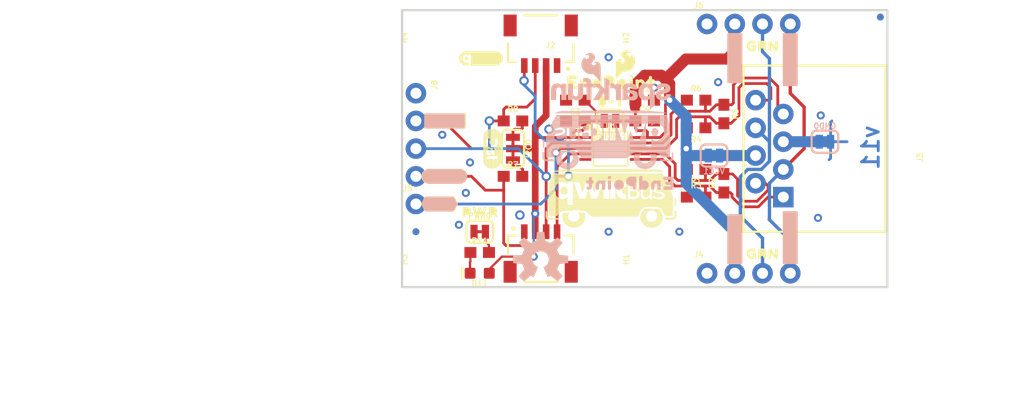
<source format=kicad_pcb>
(kicad_pcb (version 20221018) (generator pcbnew)
  (layers (0 "F.Cu" signal) (31 "B.Cu" signal) (34 "B.Paste" user) (35 "F.Paste" user) (36 "B.SilkS" user "B.Silkscreen") (37 "F.SilkS" user "F.Silkscreen") (38 "B.Mask" user) (39 "F.Mask" user) (44 "Edge.Cuts" user))
  (net 0 "")
  (net 1 "SDA")
  (net 2 "SCL")
  (net 3 "GND")
  (net 4 "EN")
  (net 5 "DSDA_N")
  (net 6 "DSDA_P")
  (net 7 "DSCL_P")
  (net 8 "DSCL_N")
  (net 9 "N$3")
  (net 10 "N$4")
  (net 11 "N$1")
  (net 12 "N$2")
  (net 13 "GRN_P")
  (net 14 "GRN_N")
  (net 15 "N$13")
  (net 16 "N$14")
  (net 17 "VCC_1")
  (net 18 "VCC")
  (footprint "SparkFun_QwiicBus_Endpoint:1X04_NO_SILK" (layer "F.Cu") (at 127.5461 99.9236 -90)
    (fp_text reference "J8" (at -1.27 -1.397 90) (layer "F.SilkS") (effects (font (size 0.512064 0.512064) (thickness 0.097536)) (justify right top)))
    (fp_text value "")
    (pad "1" thru_hole circle (at 0 0) (size 1.8796 1.8796) (drill 1.016) (layers "*.Cu" "*.Mask") (net 3 "GND"))
    (pad "2" thru_hole circle (at 2.54 0) (size 1.8796 1.8796) (drill 1.016) (layers "*.Cu" "*.Mask") (net 18 "VCC"))
    (pad "3" thru_hole circle (at 5.08 0) (size 1.8796 1.8796) (drill 1.016) (layers "*.Cu" "*.Mask") (net 1 "SDA"))
    (pad "4" thru_hole circle (at 7.62 0) (size 1.8796 1.8796) (drill 1.016) (layers "*.Cu" "*.Mask") (net 2 "SCL"))
  )
  (footprint "SparkFun_QwiicBus_Endpoint:SMT-JUMPER_3_2-NC_TRACE_SILK" (layer "F.Cu") (at 136.4361 105.0036 -90)
    (fp_text reference "I2C0" (at 0 -1.143 90) (layer "F.SilkS") (effects (font (size 0.512064 0.512064) (thickness 0.097536)) (justify top)))
    (fp_text value "JUMPER-SMT_3_2-NC_TRACE_SILK")
    (fp_poly (pts (xy 0.7112 0.13335) (xy -0.7112 0.13335) (xy -0.7112 -0.13335) (xy 0.7112 -0.13335)) (fill solid) (layer "F.Cu"))
    (pad "1" smd rect (at -1.0414 0 270) (size 0.6604 1.27) (layers "F.Cu" "F.Mask") (net 9 "N$3"))
    (pad "2" smd rect (at 0 0 270) (size 0.6604 1.27) (layers "F.Cu" "F.Mask") (net 18 "VCC"))
    (pad "3" smd rect (at 1.0414 0 270) (size 0.6604 1.27) (layers "F.Cu" "F.Mask") (net 10 "N$4"))
  )
  (footprint "SparkFun_QwiicBus_Endpoint:GRN0" (layer "F.Cu") (at 157.1371 95.6056)
    (fp_text reference "U$29" hide)
    (fp_text value "" hide)
  )
  (footprint "SparkFun_QwiicBus_Endpoint:#GND#0" (layer "F.Cu") (at 128.0541 99.9236)
    (fp_text reference "U$5" hide)
    (fp_text value "" hide)
  )
  (footprint "SparkFun_QwiicBus_Endpoint:0603" (layer "F.Cu") (at 155.7561 101.8286 -90)
    (fp_text reference "R5" (at 0 -0.762 90) (layer "F.SilkS") (effects (font (size 0.512064 0.512064) (thickness 0.097536)) (justify top)))
    (fp_text value "100")
    (pad "1" smd rect (at -0.85 0 270) (size 1.1 1) (layers "F.Cu" "F.Paste" "F.Mask") (net 5 "DSDA_N"))
    (pad "2" smd rect (at 0.85 0 270) (size 1.1 1) (layers "F.Cu" "F.Paste" "F.Mask") (net 6 "DSDA_P"))
  )
  (footprint "SparkFun_QwiicBus_Endpoint:0603" (layer "F.Cu") (at 148.5011 100.5586)
    (fp_text reference "C2" (at 0 -0.762) (layer "F.SilkS") (effects (font (size 0.512064 0.512064) (thickness 0.097536)) (justify bottom)))
    (fp_text value "0.1uF")
    (pad "1" smd rect (at -0.85 0) (size 1.1 1) (layers "F.Cu" "F.Paste" "F.Mask") (net 17 "VCC_1"))
    (pad "2" smd rect (at 0.85 0) (size 1.1 1) (layers "F.Cu" "F.Paste" "F.Mask") (net 3 "GND"))
  )
  (footprint "SparkFun_QwiicBus_Endpoint:GRN0" (layer "F.Cu") (at 157.1371 114.6556)
    (fp_text reference "U$2" hide)
    (fp_text value "" hide)
  )
  (footprint "SparkFun_QwiicBus_Endpoint:SFE_LOGO_FLAME_.1" (layer "F.Cu") (at 146.7231 97.2566)
    (fp_text reference "LOGO5" hide)
    (fp_text value "SFE_LOGO_FLAME.1_INCH" hide)
  )
  (footprint "SparkFun_QwiicBus_Endpoint:ENDPOINT0" (layer "F.Cu") (at 140.5001 98.9076)
    (fp_text reference "U$35" hide)
    (fp_text value "" hide)
  )
  (footprint "SparkFun_QwiicBus_Endpoint:0603" (layer "F.Cu") (at 155.7561 108.1786 90)
    (fp_text reference "R2" (at 0 -0.762 90) (layer "F.SilkS") (effects (font (size 0.512064 0.512064) (thickness 0.097536)) (justify bottom)))
    (fp_text value "100")
    (pad "1" smd rect (at -0.85 0 90) (size 1.1 1) (layers "F.Cu" "F.Paste" "F.Mask") (net 8 "DSCL_N"))
    (pad "2" smd rect (at 0.85 0 90) (size 1.1 1) (layers "F.Cu" "F.Paste" "F.Mask") (net 7 "DSCL_P"))
  )
  (footprint "SparkFun_QwiicBus_Endpoint:0603" (layer "F.Cu") (at 148.5011 102.4636)
    (fp_text reference "C4" (at 0 -0.762) (layer "F.SilkS") (effects (font (size 0.512064 0.512064) (thickness 0.097536)) (justify bottom)))
    (fp_text value "1.0uF")
    (pad "1" smd rect (at -0.85 0) (size 1.1 1) (layers "F.Cu" "F.Paste" "F.Mask") (net 17 "VCC_1"))
    (pad "2" smd rect (at 0.85 0) (size 1.1 1) (layers "F.Cu" "F.Paste" "F.Mask") (net 3 "GND"))
  )
  (footprint "SparkFun_QwiicBus_Endpoint:#GND#0" (layer "F.Cu") (at 154.2161 115.9256 90)
    (fp_text reference "U$3" hide)
    (fp_text value "" hide)
  )
  (footprint "SparkFun_QwiicBus_Endpoint:0603" (layer "F.Cu") (at 136.4361 102.4636)
    (fp_text reference "R8" (at 0 -0.762) (layer "F.SilkS") (effects (font (size 0.512064 0.512064) (thickness 0.097536)) (justify bottom)))
    (fp_text value "4.7k")
    (pad "1" smd rect (at -0.85 0) (size 1.1 1) (layers "F.Cu" "F.Paste" "F.Mask") (net 1 "SDA"))
    (pad "2" smd rect (at 0.85 0) (size 1.1 1) (layers "F.Cu" "F.Paste" "F.Mask") (net 9 "N$3"))
  )
  (footprint "SparkFun_QwiicBus_Endpoint:JST04_1MM_RA" (layer "F.Cu") (at 138.9761 97.3836 180)
    (fp_text reference "J2" (at -1.397 2.159) (layer "F.SilkS") (effects (font (size 0.512064 0.512064) (thickness 0.097536)) (justify right top)))
    (fp_text value "QWIIC")
    (pad "1" smd rect (at -1.5 0 180) (size 0.6 1.35) (layers "F.Cu" "F.Paste" "F.Mask") (net 3 "GND"))
    (pad "2" smd rect (at -0.5 0 180) (size 0.6 1.35) (layers "F.Cu" "F.Paste" "F.Mask") (net 18 "VCC"))
    (pad "3" smd rect (at 0.5 0 180) (size 0.6 1.35) (layers "F.Cu" "F.Paste" "F.Mask") (net 1 "SDA"))
    (pad "4" smd rect (at 1.5 0 180) (size 0.6 1.35) (layers "F.Cu" "F.Paste" "F.Mask") (net 2 "SCL"))
    (pad "NC1" smd rect (at 2.8 3.675 180) (size 1.2 2) (layers "F.Cu" "F.Paste" "F.Mask"))
    (pad "NC2" smd rect (at -2.8 3.675 180) (size 1.2 2) (layers "F.Cu" "F.Paste" "F.Mask"))
  )
  (footprint "SparkFun_QwiicBus_Endpoint:LED-0603" (layer "F.Cu") (at 133.3881 116.4336 180)
    (fp_text reference "D11" (at 0 -0.635) (layer "F.SilkS") (effects (font (size 0.512064 0.512064) (thickness 0.097536)) (justify top)))
    (fp_text value "RED")
    (pad "A" smd roundrect (at -0.877 0 90) (size 1 1) (layers "F.Cu" "F.Paste" "F.Mask") (roundrect_rratio 0.15) (net 18 "VCC"))
    (pad "C" smd roundrect (at 0.877 0 90) (size 1 1) (layers "F.Cu" "F.Paste" "F.Mask") (roundrect_rratio 0.15) (net 15 "N$13"))
  )
  (footprint "SparkFun_QwiicBus_Endpoint:STAND-OFF" (layer "F.Cu") (at 128.8161 94.8436 90)
    (fp_text reference "H4" (at 0 -2.032 90) (layer "F.SilkS") (effects (font (size 0.512064 0.512064) (thickness 0.097536)) (justify bottom)))
    (fp_text value "STAND-OFF")
    (pad "" np_thru_hole circle (at 0 0 90) (size 3.302 3.302) (drill 3.302) (layers "*.Cu" "*.Mask"))
  )
  (footprint "SparkFun_QwiicBus_Endpoint:QWIIC_4MM" (layer "F.Cu") (at 133.5151 96.7486)
    (fp_text reference "LOGO3" hide)
    (fp_text value "QWIIC_LOGO_4MM" hide)
  )
  (footprint "SparkFun_QwiicBus_Endpoint:JST04_1MM_RA" (layer "F.Cu") (at 138.9761 112.6236)
    (fp_text reference "J1" (at -1.397 2.159) (layer "F.SilkS") (effects (font (size 0.512064 0.512064) (thickness 0.097536)) (justify left bottom)))
    (fp_text value "QWIIC")
    (pad "1" smd rect (at -1.5 0) (size 0.6 1.35) (layers "F.Cu" "F.Paste" "F.Mask") (net 3 "GND"))
    (pad "2" smd rect (at -0.5 0) (size 0.6 1.35) (layers "F.Cu" "F.Paste" "F.Mask") (net 18 "VCC"))
    (pad "3" smd rect (at 0.5 0) (size 0.6 1.35) (layers "F.Cu" "F.Paste" "F.Mask") (net 1 "SDA"))
    (pad "4" smd rect (at 1.5 0) (size 0.6 1.35) (layers "F.Cu" "F.Paste" "F.Mask") (net 2 "SCL"))
    (pad "NC1" smd rect (at 2.8 3.675) (size 1.2 2) (layers "F.Cu" "F.Paste" "F.Mask"))
    (pad "NC2" smd rect (at -2.8 3.675) (size 1.2 2) (layers "F.Cu" "F.Paste" "F.Mask"))
  )
  (footprint "SparkFun_QwiicBus_Endpoint:0#10" (layer "F.Cu") (at 143.5481 100.6856)
    (fp_text reference "U$25" hide)
    (fp_text value "" hide)
  )
  (footprint "SparkFun_QwiicBus_Endpoint:#SCL#0" (layer "F.Cu") (at 128.0541 107.5436)
    (fp_text reference "U$10" hide)
    (fp_text value "" hide)
  )
  (footprint "SparkFun_QwiicBus_Endpoint:0603" (layer "F.Cu") (at 153.2161 103.0986 180)
    (fp_text reference "R4" (at 0 -0.762) (layer "F.SilkS") (effects (font (size 0.512064 0.512064) (thickness 0.097536)) (justify top)))
    (fp_text value "390")
    (pad "1" smd rect (at -0.85 0 180) (size 1.1 1) (layers "F.Cu" "F.Paste" "F.Mask") (net 6 "DSDA_P"))
    (pad "2" smd rect (at 0.85 0 180) (size 1.1 1) (layers "F.Cu" "F.Paste" "F.Mask") (net 17 "VCC_1"))
  )
  (footprint "SparkFun_QwiicBus_Endpoint:QWIICBUS#WORKING#LOGO#JPG" (layer "F.Cu") (at 145.8341 109.1946)
    (fp_text reference "U$28" hide)
    (fp_text value "" hide)
  )
  (footprint "SparkFun_QwiicBus_Endpoint:STAND-OFF" (layer "F.Cu") (at 149.1361 115.1636 90)
    (fp_text reference "H1" (at 0 -2.032 90) (layer "F.SilkS") (effects (font (size 0.512064 0.512064) (thickness 0.097536)) (justify bottom)))
    (fp_text value "STAND-OFF")
    (pad "" np_thru_hole circle (at 0 0 90) (size 3.302 3.302) (drill 3.302) (layers "*.Cu" "*.Mask"))
  )
  (footprint "SparkFun_QwiicBus_Endpoint:0603" (layer "F.Cu") (at 153.2161 100.5586)
    (fp_text reference "R6" (at 0 -0.762) (layer "F.SilkS") (effects (font (size 0.512064 0.512064) (thickness 0.097536)) (justify bottom)))
    (fp_text value "390")
    (pad "1" smd rect (at -0.85 0) (size 1.1 1) (layers "F.Cu" "F.Paste" "F.Mask") (net 3 "GND"))
    (pad "2" smd rect (at 0.85 0) (size 1.1 1) (layers "F.Cu" "F.Paste" "F.Mask") (net 5 "DSDA_N"))
  )
  (footprint "SparkFun_QwiicBus_Endpoint:#SDA#0" (layer "F.Cu") (at 128.0541 105.0036)
    (fp_text reference "U$9" hide)
    (fp_text value "" hide)
  )
  (footprint "SparkFun_QwiicBus_Endpoint:SMT-JUMPER_2_NC_TRACE_SILK" (layer "F.Cu") (at 133.3881 112.6236)
    (fp_text reference "PWR0" (at 0 -1.143) (layer "F.SilkS") (effects (font (size 0.512064 0.512064) (thickness 0.097536)) (justify bottom)))
    (fp_text value "JUMPER-SMT_2_NC_TRACE_SILK")
    (fp_poly (pts (xy 0.1905 0.13335) (xy -0.70485 0.13335) (xy -0.70485 -0.13335) (xy 0.1905 -0.13335)) (fill solid) (layer "F.Cu"))
    (pad "1" smd rect (at -0.5207 0) (size 0.6604 1.27) (layers "F.Cu" "F.Mask") (net 3 "GND"))
    (pad "2" smd rect (at 0.5207 0) (size 0.6604 1.27) (layers "F.Cu" "F.Mask") (net 16 "N$14"))
  )
  (footprint "SparkFun_QwiicBus_Endpoint:#GND#0" (layer "F.Cu") (at 154.2161 94.0816 -90)
    (fp_text reference "U$34" hide)
    (fp_text value "" hide)
  )
  (footprint "SparkFun_QwiicBus_Endpoint:#GRNW#0" (layer "F.Cu") (at 162.5981 93.5736)
    (fp_text reference "U$22" hide)
    (fp_text value "" hide)
  )
  (footprint "SparkFun_QwiicBus_Endpoint:0603" (layer "F.Cu") (at 133.3881 114.5286)
    (fp_text reference "R11" (at 0 -0.762) (layer "F.SilkS") (effects (font (size 0.512064 0.512064) (thickness 0.097536)) (justify bottom)))
    (fp_text value "1k")
    (pad "1" smd rect (at -0.85 0) (size 1.1 1) (layers "F.Cu" "F.Paste" "F.Mask") (net 15 "N$13"))
    (pad "2" smd rect (at 0.85 0) (size 1.1 1) (layers "F.Cu" "F.Paste" "F.Mask") (net 16 "N$14"))
  )
  (footprint "SparkFun_QwiicBus_Endpoint:I2C" (layer "F.Cu") (at 134.5311 106.9086 90)
    (fp_text reference "U$1" hide)
    (fp_text value "" hide)
  )
  (footprint "SparkFun_QwiicBus_Endpoint:STAND-OFF" (layer "F.Cu") (at 149.1361 94.8436 90)
    (fp_text reference "H2" (at 0 -2.032 90) (layer "F.SilkS") (effects (font (size 0.512064 0.512064) (thickness 0.097536)) (justify bottom)))
    (fp_text value "STAND-OFF")
    (pad "" np_thru_hole circle (at 0 0 90) (size 3.302 3.302) (drill 3.302) (layers "*.Cu" "*.Mask"))
  )
  (footprint "SparkFun_QwiicBus_Endpoint:0603" (layer "F.Cu") (at 142.1511 100.5586 180)
    (fp_text reference "C3" (at 0 -0.762) (layer "F.SilkS") (effects (font (size 0.512064 0.512064) (thickness 0.097536)) (justify top)))
    (fp_text value "1.0uF")
    (pad "1" smd rect (at -0.85 0 180) (size 1.1 1) (layers "F.Cu" "F.Paste" "F.Mask") (net 18 "VCC"))
    (pad "2" smd rect (at 0.85 0 180) (size 1.1 1) (layers "F.Cu" "F.Paste" "F.Mask") (net 3 "GND"))
  )
  (footprint "SparkFun_QwiicBus_Endpoint:CREATIVE_COMMONS" (layer "F.Cu") (at 109.7661 126.5936)
    (fp_text reference "FRAME1" hide)
    (fp_text value "FRAME-LETTER" hide)
  )
  (footprint "SparkFun_QwiicBus_Endpoint:#GRNW#0" (layer "F.Cu") (at 162.3441 116.4336)
    (fp_text reference "U$19" hide)
    (fp_text value "" hide)
  )
  (footprint "SparkFun_QwiicBus_Endpoint:STAND-OFF" (layer "F.Cu") (at 128.8161 115.1636 90)
    (fp_text reference "H3" (at 0 -2.032 90) (layer "F.SilkS") (effects (font (size 0.512064 0.512064) (thickness 0.097536)) (justify bottom)))
    (fp_text value "STAND-OFF")
    (pad "" np_thru_hole circle (at 0 0 90) (size 3.302 3.302) (drill 3.302) (layers "*.Cu" "*.Mask"))
  )
  (footprint "SparkFun_QwiicBus_Endpoint:FIDUCIAL-MICRO" (layer "F.Cu") (at 170.0911 92.9386)
    (fp_text reference "FD2" hide)
    (fp_text value "FIDUCIALUFIDUCIAL" hide)
    (pad "1" smd roundrect (at 0 0) (size 0.635 0.635) (layers "F.Cu" "F.Mask") (roundrect_rratio 0.5))
  )
  (footprint "SparkFun_QwiicBus_Endpoint:FIDUCIAL-MICRO" (layer "F.Cu") (at 127.5461 112.6236)
    (fp_text reference "FD1" hide)
    (fp_text value "FIDUCIALUFIDUCIAL" hide)
    (pad "1" smd roundrect (at 0 0) (size 0.635 0.635) (layers "F.Cu" "F.Mask") (roundrect_rratio 0.5))
  )
  (footprint "SparkFun_QwiicBus_Endpoint:0603" (layer "F.Cu") (at 136.4361 107.5436)
    (fp_text reference "R7" (at 0 -0.762) (layer "F.SilkS") (effects (font (size 0.512064 0.512064) (thickness 0.097536)) (justify bottom)))
    (fp_text value "4.7k")
    (pad "1" smd rect (at -0.85 0) (size 1.1 1) (layers "F.Cu" "F.Paste" "F.Mask") (net 2 "SCL"))
    (pad "2" smd rect (at 0.85 0) (size 1.1 1) (layers "F.Cu" "F.Paste" "F.Mask") (net 10 "N$4"))
  )
  (footprint "SparkFun_QwiicBus_Endpoint:REVISION" (layer "F.Cu") (at 121.1961 129.1336)
    (fp_text reference "LOGO2" hide)
    (fp_text value "REVISION" hide)
  )
  (footprint "SparkFun_QwiicBus_Endpoint:#VCC1#0" (layer "F.Cu") (at 156.7561 115.9256 90)
    (fp_text reference "U$20" hide)
    (fp_text value "" hide)
  )
  (footprint "SparkFun_QwiicBus_Endpoint:0603" (layer "F.Cu") (at 153.2161 109.4486)
    (fp_text reference "R3" (at 0 -0.762) (layer "F.SilkS") (effects (font (size 0.512064 0.512064) (thickness 0.097536)) (justify bottom)))
    (fp_text value "390")
    (pad "1" smd rect (at -0.85 0) (size 1.1 1) (layers "F.Cu" "F.Paste" "F.Mask") (net 3 "GND"))
    (pad "2" smd rect (at 0.85 0) (size 1.1 1) (layers "F.Cu" "F.Paste" "F.Mask") (net 8 "DSCL_N"))
  )
  (footprint "SparkFun_QwiicBus_Endpoint:RJ45-8" (layer "F.Cu") (at 167.5511 105.0036 90)
    (fp_text reference "J3" (at -1.3208 6.477 90) (layer "F.SilkS") (effects (font (size 0.512064 0.512064) (thickness 0.097536)) (justify left bottom)))
    (fp_text value "RJ45")
    (pad "" np_thru_hole circle (at -5.715 0 90) (size 3.2 3.2) (drill 3.2) (layers "*.Cu" "*.Mask"))
    (pad "" np_thru_hole circle (at 5.715 0 90) (size 3.2 3.2) (drill 3.2) (layers "*.Cu" "*.Mask"))
    (pad "1" thru_hole rect (at -4.445 -6.35 90) (size 1.8796 1.8796) (drill 1) (layers "*.Cu" "*.Mask") (net 8 "DSCL_N"))
    (pad "2" thru_hole circle (at -3.175 -8.89 90) (size 1.8796 1.8796) (drill 1) (layers "*.Cu" "*.Mask") (net 7 "DSCL_P"))
    (pad "3" thru_hole circle (at -1.905 -6.35 90) (size 1.8796 1.8796) (drill 1) (layers "*.Cu" "*.Mask") (net 13 "GRN_P"))
    (pad "4" thru_hole circle (at -0.635 -8.89 90) (size 1.8796 1.8796) (drill 1) (layers "*.Cu" "*.Mask") (net 11 "N$1"))
    (pad "5" thru_hole circle (at 0.635 -6.35 90) (size 1.8796 1.8796) (drill 1) (layers "*.Cu" "*.Mask") (net 12 "N$2"))
    (pad "6" thru_hole circle (at 1.905 -8.89 90) (size 1.8796 1.8796) (drill 1) (layers "*.Cu" "*.Mask") (net 14 "GRN_N"))
    (pad "7" thru_hole circle (at 3.175 -6.35 90) (size 1.8796 1.8796) (drill 1) (layers "*.Cu" "*.Mask") (net 5 "DSDA_N"))
    (pad "8" thru_hole circle (at 4.445 -8.89 90) (size 1.8796 1.8796) (drill 1) (layers "*.Cu" "*.Mask") (net 6 "DSDA_P"))
  )
  (footprint "SparkFun_QwiicBus_Endpoint:#EN#0" (layer "F.Cu") (at 128.0541 110.0836)
    (fp_text reference "U$11" hide)
    (fp_text value "" hide)
  )
  (footprint "SparkFun_QwiicBus_Endpoint:SMT-JUMPER_2_NC_TRACE_SILK" (layer "F.Cu") (at 145.3261 102.4636 180)
    (fp_text reference "UNK0-1" (at 0 -1.143) (layer "F.SilkS") (effects (font (size 0.512064 0.512064) (thickness 0.097536)) (justify top)))
    (fp_text value "JUMPER-SMT_2_NC_TRACE_SILK")
    (fp_poly (pts (xy 0.1905 0.13335) (xy -0.70485 0.13335) (xy -0.70485 -0.13335) (xy 0.1905 -0.13335)) (fill solid) (layer "F.Cu"))
    (pad "1" smd rect (at -0.5207 0 180) (size 0.6604 1.27) (layers "F.Cu" "F.Mask") (net 17 "VCC_1"))
    (pad "2" smd rect (at 0.5207 0 180) (size 0.6604 1.27) (layers "F.Cu" "F.Mask") (net 18 "VCC"))
  )
  (footprint "SparkFun_QwiicBus_Endpoint:PWR0" (layer "F.Cu") (at 131.1021 110.8456)
    (fp_text reference "U$27" hide)
    (fp_text value "" hide)
  )
  (footprint "SparkFun_QwiicBus_Endpoint:0603" (layer "F.Cu") (at 153.2161 106.9086 180)
    (fp_text reference "R1" (at 0 -0.762) (layer "F.SilkS") (effects (font (size 0.512064 0.512064) (thickness 0.097536)) (justify top)))
    (fp_text value "390")
    (pad "1" smd rect (at -0.85 0 180) (size 1.1 1) (layers "F.Cu" "F.Paste" "F.Mask") (net 7 "DSCL_P"))
    (pad "2" smd rect (at 0.85 0 180) (size 1.1 1) (layers "F.Cu" "F.Paste" "F.Mask") (net 17 "VCC_1"))
  )
  (footprint "SparkFun_QwiicBus_Endpoint:1X04_NO_SILK" (layer "F.Cu") (at 154.2161 116.4336)
    (fp_text reference "J4" (at -1.27 -1.397) (layer "F.SilkS") (effects (font (size 0.512064 0.512064) (thickness 0.097536)) (justify left bottom)))
    (fp_text value "")
    (pad "1" thru_hole circle (at 0 0 90) (size 1.8796 1.8796) (drill 1.016) (layers "*.Cu" "*.Mask") (net 3 "GND"))
    (pad "2" thru_hole circle (at 2.54 0 90) (size 1.8796 1.8796) (drill 1.016) (layers "*.Cu" "*.Mask") (net 17 "VCC_1"))
    (pad "3" thru_hole circle (at 5.08 0 90) (size 1.8796 1.8796) (drill 1.016) (layers "*.Cu" "*.Mask") (net 14 "GRN_N"))
    (pad "4" thru_hole circle (at 7.62 0 90) (size 1.8796 1.8796) (drill 1.016) (layers "*.Cu" "*.Mask") (net 13 "GRN_P"))
  )
  (footprint "SparkFun_QwiicBus_Endpoint:#3V3#0" (layer "F.Cu") (at 128.0541 102.4636)
    (fp_text reference "U$7" hide)
    (fp_text value "" hide)
  )
  (footprint "SparkFun_QwiicBus_Endpoint:TSSOP10" (layer "F.Cu") (at 145.3261 105.0036)
    (fp_text reference "U1" (at 0.096 -1.7275) (layer "F.SilkS") (effects (font (size 0.512064 0.512064) (thickness 0.097536)) (justify bottom)))
    (fp_text value "PCA9615")
    (pad "1" smd rect (at -2.259 -1.0175) (size 1.1 0.25) (layers "F.Cu" "F.Paste" "F.Mask") (net 18 "VCC"))
    (pad "2" smd rect (at -2.259 -0.5175) (size 1.1 0.25) (layers "F.Cu" "F.Paste" "F.Mask") (net 1 "SDA"))
    (pad "3" smd rect (at -2.259 -0.0175) (size 1.1 0.25) (layers "F.Cu" "F.Paste" "F.Mask") (net 4 "EN"))
    (pad "4" smd rect (at -2.259 0.4825) (size 1.1 0.25) (layers "F.Cu" "F.Paste" "F.Mask") (net 2 "SCL"))
    (pad "5" smd rect (at -2.259 0.9875) (size 1.1 0.25) (layers "F.Cu" "F.Paste" "F.Mask") (net 3 "GND"))
    (pad "6" smd rect (at 2.366 0.9875) (size 1.1 0.25) (layers "F.Cu" "F.Paste" "F.Mask") (net 8 "DSCL_N"))
    (pad "7" smd rect (at 2.366 0.4825) (size 1.1 0.25) (layers "F.Cu" "F.Paste" "F.Mask") (net 7 "DSCL_P"))
    (pad "8" smd rect (at 2.366 -0.0175) (size 1.1 0.25) (layers "F.Cu" "F.Paste" "F.Mask") (net 6 "DSDA_P"))
    (pad "9" smd rect (at 2.366 -0.5175) (size 1.1 0.25) (layers "F.Cu" "F.Paste" "F.Mask") (net 5 "DSDA_N"))
    (pad "10" smd rect (at 2.366 -1.0175) (size 1.1 0.25) (layers "F.Cu" "F.Paste" "F.Mask") (net 17 "VCC_1"))
  )
  (footprint "SparkFun_QwiicBus_Endpoint:#VCC1#0" (layer "F.Cu") (at 156.7561 94.0816 -90)
    (fp_text reference "U$32" hide)
    (fp_text value "" hide)
  )
  (footprint "SparkFun_QwiicBus_Endpoint:1X04_NO_SILK" (layer "F.Cu") (at 154.2161 93.5736)
    (fp_text reference "J6" (at -1.27 -1.397) (layer "F.SilkS") (effects (font (size 0.512064 0.512064) (thickness 0.097536)) (justify left bottom)))
    (fp_text value "")
    (pad "1" thru_hole circle (at 0 0 90) (size 1.8796 1.8796) (drill 1.016) (layers "*.Cu" "*.Mask") (net 3 "GND"))
    (pad "2" thru_hole circle (at 2.54 0 90) (size 1.8796 1.8796) (drill 1.016) (layers "*.Cu" "*.Mask") (net 17 "VCC_1"))
    (pad "3" thru_hole circle (at 5.08 0 90) (size 1.8796 1.8796) (drill 1.016) (layers "*.Cu" "*.Mask") (net 14 "GRN_N"))
    (pad "4" thru_hole circle (at 7.62 0 90) (size 1.8796 1.8796) (drill 1.016) (layers "*.Cu" "*.Mask") (net 13 "GRN_P"))
  )
  (footprint "SparkFun_QwiicBus_Endpoint:0603" (layer "F.Cu") (at 142.1511 102.4636 180)
    (fp_text reference "C1" (at 0 -0.762) (layer "F.SilkS") (effects (font (size 0.512064 0.512064) (thickness 0.097536)) (justify top)))
    (fp_text value "0.1uF")
    (pad "1" smd rect (at -0.85 0 180) (size 1.1 1) (layers "F.Cu" "F.Paste" "F.Mask") (net 18 "VCC"))
    (pad "2" smd rect (at 0.85 0 180) (size 1.1 1) (layers "F.Cu" "F.Paste" "F.Mask") (net 3 "GND"))
  )
  (footprint "SparkFun_QwiicBus_Endpoint:1X01_NO_SILK" (layer "F.Cu") (at 127.5461 110.0836)
    (fp_text reference "J5" (at -1.27 -1.143) (layer "F.SilkS") (effects (font (size 0.512064 0.512064) (thickness 0.097536)) (justify left bottom)))
    (fp_text value "")
    (pad "1" thru_hole circle (at 0 0 90) (size 1.8796 1.8796) (drill 1.016) (layers "*.Cu" "*.Mask") (net 4 "EN"))
  )
  (footprint "SparkFun_QwiicBus_Endpoint:#SCL#0" (layer "B.Cu") (at 132.2451 107.5436 180)
    (fp_text reference "U$16" hide)
    (fp_text value "" hide)
  )
  (footprint "SparkFun_QwiicBus_Endpoint:ENDPOINT0" (layer "B.Cu") (at 152.0571 108.1786 180)
    (fp_text reference "U$26" hide)
    (fp_text value "" hide)
  )
  (footprint "SparkFun_QwiicBus_Endpoint:#EN#0" (layer "B.Cu") (at 131.3561 110.0836 180)
    (fp_text reference "U$17" hide)
    (fp_text value "" hide)
  )
  (footprint "SparkFun_QwiicBus_Endpoint:#VCC2#0" (layer "B.Cu") (at 161.8361 115.9256 90)
    (fp_text reference "U$24" hide)
    (fp_text value "" hide)
  )
  (footprint "SparkFun_QwiicBus_Endpoint:FIDUCIAL-MICRO" (layer "B.Cu") (at 170.0911 92.9386 180)
    (fp_text reference "FD4" hide)
    (fp_text value "FIDUCIALUFIDUCIAL" hide)
    (pad "1" smd roundrect (at 0 0 180) (size 0.635 0.635) (layers "B.Cu" "B.Mask") (roundrect_rratio 0.5))
  )
  (footprint "SparkFun_QwiicBus_Endpoint:SFE_LOGO_NAME_FLAME_.1" (layer "B.Cu") (at 145.3261 99.9236 180)
    (fp_text reference "LOGO4" hide)
    (fp_text value "SFE_LOGO_NAME_FLAME.1_INCH" hide)
  )
  (footprint "SparkFun_QwiicBus_Endpoint:#3V3#0" (layer "B.Cu") (at 132.3721 102.4636 180)
    (fp_text reference "U$8" hide)
    (fp_text value "" hide)
  )
  (footprint "SparkFun_QwiicBus_Endpoint:SMT-JUMPER_2_NC_TRACE_SILK" (layer "B.Cu") (at 154.8511 105.6386)
    (fp_text reference "VCC1" (at 0 1.143) (layer "B.SilkS") (effects (font (size 0.512064 0.512064) (thickness 0.097536)) (justify top mirror)))
    (fp_text value "JUMPER-SMT_2_NC_TRACE_SILK")
    (fp_poly (pts (xy 0.1905 -0.13335) (xy -0.70485 -0.13335) (xy -0.70485 0.13335) (xy 0.1905 0.13335)) (fill solid) (layer "B.Cu"))
    (pad "1" smd rect (at -0.5207 0) (size 0.6604 1.27) (layers "B.Cu" "B.Mask") (net 17 "VCC_1"))
    (pad "2" smd rect (at 0.5207 0) (size 0.6604 1.27) (layers "B.Cu" "B.Mask") (net 11 "N$1"))
  )
  (footprint "SparkFun_QwiicBus_Endpoint:#GND2#0" (layer "B.Cu") (at 159.2961 94.0816 -90)
    (fp_text reference "U$14" hide)
    (fp_text value "" hide)
  )
  (footprint "SparkFun_QwiicBus_Endpoint:QWIICBUS#WORKING#LOGO#JPG" (layer "B.Cu") (at 144.7181 103.8296 180)
    (fp_text reference "U$23" hide)
    (fp_text value "" hide)
  )
  (footprint "SparkFun_QwiicBus_Endpoint:FIDUCIAL-MICRO" (layer "B.Cu") (at 127.5461 112.6236 180)
    (fp_text reference "FD3" hide)
    (fp_text value "FIDUCIALUFIDUCIAL" hide)
    (pad "1" smd roundrect (at 0 0 180) (size 0.635 0.635) (layers "B.Cu" "B.Mask") (roundrect_rratio 0.5))
  )
  (footprint "SparkFun_QwiicBus_Endpoint:#VCC1#0" (layer "B.Cu") (at 156.7561 94.0816 -90)
    (fp_text reference "U$31" hide)
    (fp_text value "" hide)
  )
  (footprint "SparkFun_QwiicBus_Endpoint:#VCC2#0" (layer "B.Cu") (at 161.8361 94.0816 -90)
    (fp_text reference "U$30" hide)
    (fp_text value "" hide)
  )
  (footprint "SparkFun_QwiicBus_Endpoint:#SDA#0" (layer "B.Cu") (at 132.4991 105.0036 180)
    (fp_text reference "U$15" hide)
    (fp_text value "" hide)
  )
  (footprint "SparkFun_QwiicBus_Endpoint:#GND2#0" (layer "B.Cu") (at 159.2961 115.9256 90)
    (fp_text reference "U$18" hide)
    (fp_text value "" hide)
  )
  (footprint "SparkFun_QwiicBus_Endpoint:#GND#0" (layer "B.Cu") (at 165.0111 105.1306 -90)
    (fp_text reference "U$6" hide)
    (fp_text value "" hide)
  )
  (footprint "SparkFun_QwiicBus_Endpoint:SMT-JUMPER_2_NC_TRACE_SILK" (layer "B.Cu") (at 165.0111 104.3686 180)
    (fp_text reference "GND0" (at 0 1.143) (layer "B.SilkS") (effects (font (size 0.512064 0.512064) (thickness 0.097536)) (justify bottom mirror)))
    (fp_text value "JUMPER-SMT_2_NC_TRACE_SILK")
    (fp_poly (pts (xy 0.1905 -0.13335) (xy -0.70485 -0.13335) (xy -0.70485 0.13335) (xy 0.1905 0.13335)) (fill solid) (layer "B.Cu"))
    (pad "1" smd rect (at -0.5207 0 180) (size 0.6604 1.27) (layers "B.Cu" "B.Mask") (net 3 "GND"))
    (pad "2" smd rect (at 0.5207 0 180) (size 0.6604 1.27) (layers "B.Cu" "B.Mask") (net 12 "N$2"))
  )
  (footprint "SparkFun_QwiicBus_Endpoint:#VCC1#0" (layer "B.Cu") (at 156.7561 115.9256 90)
    (fp_text reference "U$21" hide)
    (fp_text value "" hide)
  )
  (footprint "SparkFun_QwiicBus_Endpoint:#GND#0" (layer "B.Cu") (at 154.2161 115.9256 90)
    (fp_text reference "U$13" hide)
    (fp_text value "" hide)
  )
  (footprint "SparkFun_QwiicBus_Endpoint:#VDDA#0" (layer "B.Cu") (at 154.8511 99.1616 -90)
    (fp_text reference "U$12" hide)
    (fp_text value "" hide)
  )
  (footprint "SparkFun_QwiicBus_Endpoint:#GND#0" (layer "B.Cu") (at 154.2161 94.0816 -90)
    (fp_text reference "U$33" hide)
    (fp_text value "" hide)
  )
  (footprint "SparkFun_QwiicBus_Endpoint:OSHW-LOGO-M" (layer "B.Cu") (at 138.9761 115.1636 180)
    (fp_text reference "LOGO1" hide)
    (fp_text value "OSHW-LOGOM" hide)
  )
  (footprint "SparkFun_QwiicBus_Endpoint:#GND#0" (layer "B.Cu") (at 132.4991 99.9236 180)
    (fp_text reference "U$4" hide)
    (fp_text value "" hide)
  )
  (gr_line (start 126.2761 92.3036) (end 170.7261 92.3036) (stroke (width 0.2032)) (layer "Edge.Cuts"))
  (gr_line (start 170.7261 92.3036) (end 170.7261 117.7036) (stroke (width 0.2032)) (layer "Edge.Cuts"))
  (gr_line (start 126.2761 117.7036) (end 126.2761 92.3036) (stroke (width 0.2032)) (layer "Edge.Cuts"))
  (gr_line (start 170.7261 117.7036) (end 126.2761 117.7036) (stroke (width 0.2032)) (layer "Edge.Cuts"))
  (gr_text "v11" (at 170.0911 102.7176 -270) (layer "B.Cu") (effects (font (size 1.5113 1.5113) (thickness 0.2667)) (justify left bottom mirror)))
  (segment (start 135.5861 101.4086) (end 135.8011 101.1936) (width 0.254) (layer "F.Cu") (net 1))
  (segment (start 140.0016 104.4861) (end 139.4841 105.0036) (width 0.254) (layer "F.Cu") (net 1))
  (segment (start 137.7061 101.1936) (end 138.4761 100.4236) (width 0.254) (layer "F.Cu") (net 1))
  (segment (start 138.4761 100.4236) (end 138.4761 97.3836) (width 0.254) (layer "F.Cu") (net 1))
  (segment (start 139.4761 105.0116) (end 139.4841 105.0036) (width 0.254) (layer "F.Cu") (net 1))
  (segment (start 139.4761 112.6236) (end 139.4761 105.0116) (width 0.254) (layer "F.Cu") (net 1))
  (segment (start 134.2771 102.4636) (end 135.5861 102.4636) (width 0.254) (layer "F.Cu") (net 1))
  (segment (start 135.8011 101.1936) (end 137.7061 101.1936) (width 0.254) (layer "F.Cu") (net 1))
  (segment (start 140.0016 104.4861) (end 143.0671 104.4861) (width 0.254) (layer "F.Cu") (net 1))
  (segment (start 135.5861 102.4636) (end 135.5861 101.4086) (width 0.254) (layer "F.Cu") (net 1))
  (segment (start 139.4841 105.0036) (end 139.4841 107.5436) (width 0.254) (layer "F.Cu") (net 1))
  (via (at 139.4841 107.5436) (size 0.8636) (drill 0.508) (layers "F.Cu" "B.Cu") (net 1))
  (via (at 134.2771 102.4636) (size 0.8636) (drill 0.508) (layers "F.Cu" "B.Cu") (net 1))
  (segment (start 136.9441 105.0036) (end 134.2771 105.0036) (width 0.254) (layer "B.Cu") (net 1))
  (segment (start 139.4841 107.5436) (end 136.9441 105.0036) (width 0.254) (layer "B.Cu") (net 1))
  (segment (start 134.2771 105.0036) (end 134.2771 102.4636) (width 0.254) (layer "B.Cu") (net 1))
  (segment (start 127.5461 105.0036) (end 134.2771 105.0036) (width 0.254) (layer "B.Cu") (net 1))
  (segment (start 132.6261 107.5436) (end 133.8961 108.8136) (width 0.254) (layer "F.Cu") (net 2))
  (segment (start 135.5861 107.5436) (end 135.5861 108.8136) (width 0.254) (layer "F.Cu") (net 2))
  (segment (start 127.5461 107.5436) (end 132.6261 107.5436) (width 0.254) (layer "F.Cu") (net 2))
  (segment (start 135.5861 113.6786) (end 135.8011 113.8936) (width 0.254) (layer "F.Cu") (net 2))
  (segment (start 141.6686 105.4861) (end 143.0671 105.4861) (width 0.254) (layer "F.Cu") (net 2))
  (segment (start 137.4761 98.7566) (end 137.4761 97.3836) (width 0.254) (layer "F.Cu") (net 2))
  (segment (start 140.2461 113.8936) (end 140.4761 113.6636) (width 0.254) (layer "F.Cu") (net 2))
  (segment (start 140.4761 113.6636) (end 140.4761 112.6236) (width 0.254) (layer "F.Cu") (net 2))
  (segment (start 141.5161 107.5436) (end 140.4761 107.5436) (width 0.254) (layer "F.Cu") (net 2))
  (segment (start 140.4761 106.6786) (end 141.6686 105.4861) (width 0.254) (layer "F.Cu") (net 2))
  (segment (start 140.4761 112.6236) (end 140.4761 107.5436) (width 0.254) (layer "F.Cu") (net 2))
  (segment (start 137.4521 98.7806) (end 137.4761 98.7566) (width 0.254) (layer "F.Cu") (net 2))
  (segment (start 135.5861 108.8136) (end 135.5861 113.6786) (width 0.254) (layer "F.Cu") (net 2))
  (segment (start 140.4761 107.5436) (end 140.4761 106.6786) (width 0.254) (layer "F.Cu") (net 2))
  (segment (start 135.8011 113.8936) (end 140.2461 113.8936) (width 0.254) (layer "F.Cu") (net 2))
  (segment (start 133.8961 108.8136) (end 135.5861 108.8136) (width 0.254) (layer "F.Cu") (net 2))
  (via (at 137.4521 98.7806) (size 0.8636) (drill 0.508) (layers "F.Cu" "B.Cu") (net 2))
  (via (at 141.5161 107.5436) (size 0.8636) (drill 0.508) (layers "F.Cu" "B.Cu") (net 2))
  (segment (start 139.3571 104.2416) (end 141.0081 104.2416) (width 0.254) (layer "B.Cu") (net 2))
  (segment (start 138.4681 103.3526) (end 139.3571 104.2416) (width 0.254) (layer "B.Cu") (net 2))
  (segment (start 137.4521 99.1616) (end 137.4521 98.7806) (width 0.254) (layer "B.Cu") (net 2))
  (segment (start 137.4521 99.1616) (end 138.4681 100.1776) (width 0.254) (layer "B.Cu") (net 2))
  (segment (start 141.0081 104.2416) (end 141.5161 104.7496) (width 0.254) (layer "B.Cu") (net 2))
  (segment (start 138.4681 100.1776) (end 138.4681 103.3526) (width 0.254) (layer "B.Cu") (net 2))
  (segment (start 141.5161 104.7496) (end 141.5161 107.5436) (width 0.254) (layer "B.Cu") (net 2))
  (via (at 149.3901 99.4156) (size 0.7366) (drill 0.381) (layers "F.Cu" "B.Cu") (net 3))
  (via (at 164.3761 111.3536) (size 0.7366) (drill 0.381) (layers "F.Cu" "B.Cu") (net 3))
  (via (at 145.1991 96.6216) (size 0.7366) (drill 0.381) (layers "F.Cu" "B.Cu") (net 3))
  (via (at 132.4991 106.2736) (size 0.7366) (drill 0.381) (layers "F.Cu" "B.Cu") (net 3))
  (via (at 137.0711 111.0996) (size 0.8636) (drill 0.508) (layers "F.Cu" "B.Cu") (net 3))
  (via (at 155.2321 98.9076) (size 0.7366) (drill 0.381) (layers "F.Cu" "B.Cu") (net 3))
  (via (at 151.6761 112.6236) (size 0.7366) (drill 0.381) (layers "F.Cu" "B.Cu") (net 3))
  (via (at 131.4831 111.9886) (size 0.7366) (drill 0.381) (layers "F.Cu" "B.Cu") (net 3))
  (via (at 164.6301 101.9556) (size 0.7366) (drill 0.381) (layers "F.Cu" "B.Cu") (net 3))
  (via (at 132.1181 109.0676) (size 0.7366) (drill 0.381) (layers "F.Cu" "B.Cu") (net 3))
  (via (at 139.7381 103.2256) (size 0.8636) (drill 0.508) (layers "F.Cu" "B.Cu") (net 3))
  (via (at 129.9591 103.7336) (size 0.7366) (drill 0.381) (layers "F.Cu" "B.Cu") (net 3))
  (via (at 145.1991 112.6236) (size 0.7366) (drill 0.381) (layers "F.Cu" "B.Cu") (net 3))
  (segment (start 165.5318 102.5779) (end 165.6461 102.4636) (width 0.254) (layer "B.Cu") (net 3))
  (segment (start 165.5318 104.3686) (end 167.0431 104.3686) (width 0.254) (layer "B.Cu") (net 3))
  (segment (start 165.5318 105.8799) (end 165.3921 106.0196) (width 0.254) (layer "B.Cu") (net 3))
  (segment (start 165.5318 104.3686) (end 165.5318 105.8799) (width 0.254) (layer "B.Cu") (net 3))
  (segment (start 165.5318 104.3686) (end 165.5318 102.5779) (width 0.254) (layer "B.Cu") (net 3))
  (segment (start 140.7716 104.9861) (end 140.3731 105.3846) (width 0.254) (layer "F.Cu") (net 4))
  (segment (start 140.7716 104.9861) (end 143.0671 104.9861) (width 0.254) (layer "F.Cu") (net 4))
  (via (at 140.3731 105.3846) (size 0.8636) (drill 0.508) (layers "F.Cu" "B.Cu") (net 4))
  (segment (start 140.3731 108.6866) (end 140.3731 105.3846) (width 0.254) (layer "B.Cu") (net 4))
  (segment (start 138.9761 110.0836) (end 140.3731 108.6866) (width 0.254) (layer "B.Cu") (net 4))
  (segment (start 127.5461 110.0836) (end 138.9761 110.0836) (width 0.254) (layer "B.Cu") (net 4))
  (segment (start 147.6921 104.4861) (end 150.1616 104.4861) (width 0.254) (layer "F.Cu") (net 5))
  (segment (start 156.6291 100.8126) (end 156.6291 99.1616) (width 0.254) (layer "F.Cu") (net 5))
  (segment (start 151.1841 101.5746) (end 154.0661 101.5746) (width 0.254) (layer "F.Cu") (net 5))
  (segment (start 154.4701 101.5746) (end 155.0661 100.9786) (width 0.254) (layer "F.Cu") (net 5))
  (segment (start 160.6931 99.2886) (end 160.6931 101.3206) (width 0.254) (layer "F.Cu") (net 5))
  (segment (start 155.0661 100.9786) (end 155.7561 100.9786) (width 0.254) (layer "F.Cu") (net 5))
  (segment (start 159.9311 98.5266) (end 160.6931 99.2886) (width 0.254) (layer "F.Cu") (net 5))
  (segment (start 150.1616 104.4861) (end 150.9141 103.7336) (width 0.254) (layer "F.Cu") (net 5))
  (segment (start 154.0661 101.5746) (end 154.4701 101.5746) (width 0.254) (layer "F.Cu") (net 5))
  (segment (start 150.9141 103.7336) (end 150.9141 101.8446) (width 0.254) (layer "F.Cu") (net 5))
  (segment (start 154.0661 100.5586) (end 154.0661 101.5746) (width 0.254) (layer "F.Cu") (net 5))
  (segment (start 155.7561 100.9786) (end 156.4631 100.9786) (width 0.254) (layer "F.Cu") (net 5))
  (segment (start 156.6291 99.1616) (end 157.2641 98.5266) (width 0.254) (layer "F.Cu") (net 5))
  (segment (start 160.6931 101.3206) (end 161.2011 101.8286) (width 0.254) (layer "F.Cu") (net 5))
  (segment (start 157.2641 98.5266) (end 159.9311 98.5266) (width 0.254) (layer "F.Cu") (net 5))
  (segment (start 150.9141 101.8446) (end 151.1841 101.5746) (width 0.254) (layer "F.Cu") (net 5))
  (segment (start 156.4631 100.9786) (end 156.6291 100.8126) (width 0.254) (layer "F.Cu") (net 5))
  (segment (start 154.0661 103.0986) (end 154.0661 102.0826) (width 0.254) (layer "F.Cu") (net 6))
  (segment (start 151.6761 102.0826) (end 154.0661 102.0826) (width 0.254) (layer "F.Cu") (net 6))
  (segment (start 157.1371 99.4156) (end 157.5181 99.0346) (width 0.254) (layer "F.Cu") (net 6))
  (segment (start 157.1371 101.9556) (end 157.1371 99.4156) (width 0.254) (layer "F.Cu") (net 6))
  (segment (start 155.0661 102.6786) (end 155.7561 102.6786) (width 0.254) (layer "F.Cu") (net 6))
  (segment (start 157.5181 99.0346) (end 159.6771 99.0346) (width 0.254) (layer "F.Cu") (net 6))
  (segment (start 151.4221 102.3366) (end 151.6761 102.0826) (width 0.254) (layer "F.Cu") (net 6))
  (segment (start 159.6771 99.0346) (end 160.0581 99.4156) (width 0.254) (layer "F.Cu") (net 6))
  (segment (start 155.7561 102.6786) (end 156.4141 102.6786) (width 0.254) (layer "F.Cu") (net 6))
  (segment (start 150.4236 104.9861) (end 151.4221 103.9876) (width 0.254) (layer "F.Cu") (net 6))
  (segment (start 154.0661 102.0826) (end 154.4701 102.0826) (width 0.254) (layer "F.Cu") (net 6))
  (segment (start 151.4221 103.9876) (end 151.4221 102.3366) (width 0.254) (layer "F.Cu") (net 6))
  (segment (start 156.4141 102.6786) (end 157.1371 101.9556) (width 0.254) (layer "F.Cu") (net 6))
  (segment (start 159.9311 100.5586) (end 158.6611 100.5586) (width 0.254) (layer "F.Cu") (net 6))
  (segment (start 160.0581 99.4156) (end 160.0581 100.4316) (width 0.254) (layer "F.Cu") (net 6))
  (segment (start 154.4701 102.0826) (end 155.0661 102.6786) (width 0.254) (layer "F.Cu") (net 6))
  (segment (start 147.6921 104.9861) (end 150.4236 104.9861) (width 0.254) (layer "F.Cu") (net 6))
  (segment (start 160.0581 100.4316) (end 159.9311 100.5586) (width 0.254) (layer "F.Cu") (net 6))
  (segment (start 158.7881 109.8296) (end 159.8041 108.8136) (width 0.254) (layer "F.Cu") (net 7))
  (segment (start 157.0101 109.3216) (end 157.5181 109.8296) (width 0.254) (layer "F.Cu") (net 7))
  (segment (start 154.0661 107.9246) (end 154.4701 107.9246) (width 0.254) (layer "F.Cu") (net 7))
  (segment (start 156.5411 107.3286) (end 157.0101 107.7976) (width 0.254) (layer "F.Cu") (net 7))
  (segment (start 159.8041 108.4326) (end 159.5501 108.1786) (width 0.254) (layer "F.Cu") (net 7))
  (segment (start 151.2951 106.4006) (end 151.2951 107.6706) (width 0.254) (layer "F.Cu") (net 7))
  (segment (start 155.0661 107.3286) (end 155.7561 107.3286) (width 0.254) (layer "F.Cu") (net 7))
  (segment (start 159.5501 108.1786) (end 158.6611 108.1786) (width 0.254) (layer "F.Cu") (net 7))
  (segment (start 159.8041 108.8136) (end 159.8041 108.4326) (width 0.254) (layer "F.Cu") (net 7))
  (segment (start 147.6921 105.4861) (end 150.3806 105.4861) (width 0.254) (layer "F.Cu") (net 7))
  (segment (start 150.3806 105.4861) (end 151.2951 106.4006) (width 0.254) (layer "F.Cu") (net 7))
  (segment (start 151.5491 107.9246) (end 154.0661 107.9246) (width 0.254) (layer "F.Cu") (net 7))
  (segment (start 154.4701 107.9246) (end 155.0661 107.3286) (width 0.254) (layer "F.Cu") (net 7))
  (segment (start 151.5491 107.9246) (end 151.2951 107.6706) (width 0.254) (layer "F.Cu") (net 7))
  (segment (start 154.0661 106.9086) (end 154.0661 107.9246) (width 0.254) (layer "F.Cu") (net 7))
  (segment (start 155.7561 107.3286) (end 156.5411 107.3286) (width 0.254) (layer "F.Cu") (net 7))
  (segment (start 157.5181 109.8296) (end 158.7881 109.8296) (width 0.254) (layer "F.Cu") (net 7))
  (segment (start 157.0101 107.7976) (end 157.0101 109.3216) (width 0.254) (layer "F.Cu") (net 7))
  (segment (start 151.2951 108.4326) (end 150.7871 107.9246) (width 0.254) (layer "F.Cu") (net 8))
  (segment (start 154.0661 108.4326) (end 154.4701 108.4326) (width 0.254) (layer "F.Cu") (net 8))
  (segment (start 159.8041 109.4486) (end 161.2011 109.4486) (width 0.254) (layer "F.Cu") (net 8))
  (segment (start 158.9151 110.3376) (end 159.8041 109.4486) (width 0.254) (layer "F.Cu") (net 8))
  (segment (start 157.3911 110.3376) (end 158.9151 110.3376) (width 0.254) (layer "F.Cu") (net 8))
  (segment (start 151.2951 108.4326) (end 154.0661 108.4326) (width 0.254) (layer "F.Cu") (net 8))
  (segment (start 156.5021 109.1946) (end 156.5021 109.4486) (width 0.254) (layer "F.Cu") (net 8))
  (segment (start 154.4701 108.4326) (end 155.0661 109.0286) (width 0.254) (layer "F.Cu") (net 8))
  (segment (start 156.5021 109.4486) (end 157.3911 110.3376) (width 0.254) (layer "F.Cu") (net 8))
  (segment (start 155.0661 109.0286) (end 155.7561 109.0286) (width 0.254) (layer "F.Cu") (net 8))
  (segment (start 154.0661 109.4486) (end 154.0661 108.4326) (width 0.254) (layer "F.Cu") (net 8))
  (segment (start 147.6921 105.9911) (end 150.1236 105.9911) (width 0.254) (layer "F.Cu") (net 8))
  (segment (start 150.1236 105.9911) (end 150.7871 106.6546) (width 0.254) (layer "F.Cu") (net 8))
  (segment (start 156.3361 109.0286) (end 156.5021 109.1946) (width 0.254) (layer "F.Cu") (net 8))
  (segment (start 155.7561 109.0286) (end 156.3361 109.0286) (width 0.254) (layer "F.Cu") (net 8))
  (segment (start 150.7871 106.6546) (end 150.7871 107.9246) (width 0.254) (layer "F.Cu") (net 8))
  (segment (start 137.1981 103.2256) (end 136.5631 103.2256) (width 0.254) (layer "F.Cu") (net 9))
  (segment (start 137.2861 103.1376) (end 137.1981 103.2256) (width 0.254) (layer "F.Cu") (net 9))
  (segment (start 136.5631 103.2256) (end 136.4361 103.3526) (width 0.254) (layer "F.Cu") (net 9))
  (segment (start 137.2861 102.4636) (end 137.2861 103.1376) (width 0.254) (layer "F.Cu") (net 9))
  (segment (start 136.4361 103.3526) (end 136.4361 103.9622) (width 0.254) (layer "F.Cu") (net 9))
  (segment (start 137.3251 106.9086) (end 137.0711 106.6546) (width 0.254) (layer "F.Cu") (net 10))
  (segment (start 136.4361 106.5276) (end 136.4361 106.045) (width 0.254) (layer "F.Cu") (net 10))
  (segment (start 136.5631 106.6546) (end 136.4361 106.5276) (width 0.254) (layer "F.Cu") (net 10))
  (segment (start 137.2861 107.5436) (end 137.3251 107.5046) (width 0.254) (layer "F.Cu") (net 10))
  (segment (start 137.3251 107.5046) (end 137.3251 106.9086) (width 0.254) (layer "F.Cu") (net 10))
  (segment (start 137.0711 106.6546) (end 136.5631 106.6546) (width 0.254) (layer "F.Cu") (net 10))
  (segment (start 155.3718 105.6386) (end 154.3431 105.6386) (width 1.016) (layer "B.Cu") (net 11))
  (segment (start 155.3718 105.6386) (end 158.6611 105.6386) (width 1.016) (layer "B.Cu") (net 11))
  (segment (start 164.4904 104.3686) (end 161.2011 104.3686) (width 1.016) (layer "B.Cu") (net 12))
  (segment (start 164.4904 104.3686) (end 165.3921 104.3686) (width 1.016) (layer "B.Cu") (net 12))
  (segment (start 163.1061 105.0036) (end 161.2011 106.9086) (width 0.3048) (layer "F.Cu") (net 13))
  (segment (start 161.8361 99.9236) (end 163.1061 101.1936) (width 0.3048) (layer "F.Cu") (net 13))
  (segment (start 163.1061 101.1936) (end 163.1061 105.0036) (width 0.3048) (layer "F.Cu") (net 13))
  (segment (start 161.8361 93.5736) (end 161.8361 99.9236) (width 0.3048) (layer "F.Cu") (net 13))
  (segment (start 161.8361 113.4297) (end 161.8361 116.4336) (width 0.3048) (layer "B.Cu") (net 13))
  (segment (start 159.9311 108.1786) (end 159.9311 111.498663) (width 0.3048) (layer "B.Cu") (net 13))
  (segment (start 161.8361 113.4297) (end 159.918081 111.511682) (width 0.3048) (layer "B.Cu") (net 13))
  (segment (start 159.9311 111.498663) (end 159.918081 111.511682) (width 0.3048) (layer "B.Cu") (net 13))
  (segment (start 161.2011 106.9086) (end 159.9311 108.1786) (width 0.3048) (layer "B.Cu") (net 13))
  (segment (start 157.2641 111.19121) (end 157.2641 107.586579) (width 0.3048) (layer "B.Cu") (net 14))
  (segment (start 159.9311 96.7486) (end 159.2961 96.1136) (width 0.3048) (layer "B.Cu") (net 14))
  (segment (start 157.942078 106.9086) (end 157.2641 107.586579) (width 0.3048) (layer "B.Cu") (net 14))
  (segment (start 159.9311 106.164663) (end 159.187162 106.9086) (width 0.3048) (layer "B.Cu") (net 14))
  (segment (start 159.9311 104.3686) (end 159.9311 96.7486) (width 0.3048) (layer "B.Cu") (net 14))
  (segment (start 159.9311 104.3686) (end 159.9311 106.164663) (width 0.3048) (layer "B.Cu") (net 14))
  (segment (start 159.2961 113.22321) (end 159.2961 116.4336) (width 0.3048) (layer "B.Cu") (net 14))
  (segment (start 159.187162 106.9086) (end 157.942078 106.9086) (width 0.3048) (layer "B.Cu") (net 14))
  (segment (start 159.2961 96.1136) (end 159.2961 93.5736) (width 0.3048) (layer "B.Cu") (net 14))
  (segment (start 159.2961 113.22321) (end 157.2641 111.19121) (width 0.3048) (layer "B.Cu") (net 14))
  (segment (start 158.6611 103.0986) (end 159.9311 104.3686) (width 0.3048) (layer "B.Cu") (net 14))
  (segment (start 132.5381 114.5286) (end 132.5381 115.3786) (width 0.2032) (layer "F.Cu") (net 15))
  (segment (start 132.5381 115.3786) (end 132.4991 115.4176) (width 0.2032) (layer "F.Cu") (net 15))
  (segment (start 132.4991 115.4176) (end 132.4991 116.4216) (width 0.2032) (layer "F.Cu") (net 15))
  (segment (start 132.4991 116.4216) (end 132.5111 116.4336) (width 0.2032) (layer "F.Cu") (net 15))
  (segment (start 134.2381 114.5286) (end 134.2381 113.8546) (width 0.2032) (layer "F.Cu") (net 16))
  (segment (start 133.9088 113.5253) (end 133.9088 112.6236) (width 0.2032) (layer "F.Cu") (net 16))
  (segment (start 134.2381 113.8546) (end 133.9088 113.5253) (width 0.2032) (layer "F.Cu") (net 16))
  (segment (start 147.6511 103.1376) (end 147.8661 103.3526) (width 0.254) (layer "F.Cu") (net 17))
  (segment (start 152.3111 103.1536) (end 152.3111 105.0036) (width 0.254) (layer "F.Cu") (net 17))
  (segment (start 147.6511 99.1226) (end 147.6511 101.1936) (width 1.016) (layer "F.Cu") (net 17))
  (segment (start 149.8996 103.9861) (end 150.4061 103.4796) (width 0.254) (layer "F.Cu") (net 17))
  (segment (start 147.6511 102.4636) (end 147.6511 103.1376) (width 0.254) (layer "F.Cu") (net 17))
  (segment (start 152.3111 105.0036) (end 152.3111 106.8536) (width 0.254) (layer "F.Cu") (net 17))
  (segment (start 147.8661 103.3526) (end 148.6281 103.3526) (width 0.254) (layer "F.Cu") (net 17))
  (segment (start 150.4061 100.9396) (end 150.7871 100.5586) (width 0.254) (layer "F.Cu") (net 17))
  (segment (start 147.6511 101.1936) (end 147.6511 100.5586) (width 0.254) (layer "F.Cu") (net 17))
  (segment (start 156.6672 93.6625) (end 156.7561 93.5736) (width 1.016) (layer "F.Cu") (net 17))
  (segment (start 156.6672 96.169225) (end 156.6672 93.6625) (width 1.016) (layer "F.Cu") (net 17))
  (segment (start 147.6921 103.9861) (end 148.7551 103.9861) (width 0.254) (layer "F.Cu") (net 17))
  (segment (start 150.4061 103.4796) (end 150.4061 100.9396) (width 0.254) (layer "F.Cu") (net 17))
  (segment (start 147.6511 102.4636) (end 147.6511 101.1936) (width 0.254) (layer "F.Cu") (net 17))
  (segment (start 150.4061 98.6536) (end 152.273 96.7867) (width 1.016) (layer "F.Cu") (net 17))
  (segment (start 147.6021 99.0736) (end 147.6511 99.1226) (width 0.254) (layer "F.Cu") (net 17))
  (segment (start 150.7871 100.5586) (end 150.7871 99.0346) (width 1.016) (layer "F.Cu") (net 17))
  (segment (start 148.5011 98.2726) (end 147.6511 99.1226) (width 1.016) (layer "F.Cu") (net 17))
  (segment (start 150.7871 99.0346) (end 150.4061 98.6536) (width 1.016) (layer "F.Cu") (net 17))
  (segment (start 145.8468 102.4636) (end 147.6511 102.4636) (width 0.254) (layer "F.Cu") (net 17))
  (segment (start 150.0251 98.2726) (end 148.5011 98.2726) (width 1.016) (layer "F.Cu") (net 17))
  (segment (start 156.049725 96.7867) (end 156.6672 96.169225) (width 1.016) (layer "F.Cu") (net 17))
  (segment (start 152.273 96.7867) (end 156.049725 96.7867) (width 1.016) (layer "F.Cu") (net 17))
  (segment (start 152.3661 103.0986) (end 152.3111 103.1536) (width 0.254) (layer "F.Cu") (net 17))
  (segment (start 148.7551 103.9861) (end 149.8996 103.9861) (width 0.254) (layer "F.Cu") (net 17))
  (segment (start 152.3111 106.8536) (end 152.3661 106.9086) (width 0.254) (layer "F.Cu") (net 17))
  (segment (start 148.7551 103.4796) (end 148.7551 103.9861) (width 0.254) (layer "F.Cu") (net 17))
  (segment (start 150.4061 98.6536) (end 150.0251 98.2726) (width 1.016) (layer "F.Cu") (net 17))
  (segment (start 148.6281 103.3526) (end 148.7551 103.4796) (width 0.254) (layer "F.Cu") (net 17))
  (via (at 152.3111 105.0036) (size 0.8636) (drill 0.508) (layers "F.Cu" "B.Cu") (net 17))
  (via (at 150.7871 100.5586) (size 0.8636) (drill 0.508) (layers "F.Cu" "B.Cu") (net 17))
  (segment (start 152.3111 105.5116) (end 152.3111 108.1786) (width 1.016) (layer "B.Cu") (net 17))
  (segment (start 152.3111 102.0826) (end 152.3111 105.0036) (width 1.016) (layer "B.Cu") (net 17))
  (segment (start 152.4381 105.6386) (end 152.3111 105.5116) (width 1.016) (layer "B.Cu") (net 17))
  (segment (start 154.3304 105.6386) (end 152.4381 105.6386) (width 1.016) (layer "B.Cu") (net 17))
  (segment (start 152.3111 108.1786) (end 156.7561 112.6236) (width 1.016) (layer "B.Cu") (net 17))
  (segment (start 152.3111 105.0036) (end 152.3111 105.5116) (width 1.016) (layer "B.Cu") (net 17))
  (segment (start 152.3111 102.0826) (end 150.7871 100.5586) (width 1.016) (layer "B.Cu") (net 17))
  (segment (start 156.7561 112.6236) (end 156.7561 116.4336) (width 1.016) (layer "B.Cu") (net 17))
  (segment (start 144.0561 101.6136) (end 144.0561 102.4636) (width 0.2032) (layer "F.Cu") (net 18))
  (segment (start 143.0656 103.9876) (end 143.0671 103.9861) (width 0.254) (layer "F.Cu") (net 18))
  (segment (start 142.1511 103.3526) (end 141.8971 103.6066) (width 0.254) (layer "F.Cu") (net 18))
  (segment (start 139.4761 97.3836) (end 139.4761 101.9636) (width 0.6096) (layer "F.Cu") (net 18))
  (segment (start 132.6261 105.0036) (end 136.4361 105.0036) (width 0.2032) (layer "F.Cu") (net 18))
  (segment (start 143.0011 103.1376) (end 142.9131 103.2256) (width 0.254) (layer "F.Cu") (net 18))
  (segment (start 138.4761 105.0036) (end 138.4761 110.9726) (width 0.6096) (layer "F.Cu") (net 18))
  (segment (start 139.4761 101.9636) (end 138.4761 102.9636) (width 0.6096) (layer "F.Cu") (net 18))
  (segment (start 144.0561 102.4636) (end 143.0011 102.4636) (width 0.254) (layer "F.Cu") (net 18))
  (segment (start 141.8971 103.6066) (end 141.8971 103.9861) (width 0.254) (layer "F.Cu") (net 18))
  (segment (start 138.4761 102.9636) (end 138.4761 103.7336) (width 0.6096) (layer "F.Cu") (net 18))
  (segment (start 138.4761 103.7336) (end 138.7286 103.9861) (width 0.254) (layer "F.Cu") (net 18))
  (segment (start 143.0011 100.5586) (end 144.0561 101.6136) (width 0.2032) (layer "F.Cu") (net 18))
  (segment (start 138.4761 103.7336) (end 138.4761 105.0036) (width 0.6096) (layer "F.Cu") (net 18))
  (segment (start 141.8971 103.9861) (end 143.0671 103.9861) (width 0.254) (layer "F.Cu") (net 18))
  (segment (start 130.0861 102.4636) (end 132.6261 105.0036) (width 0.254) (layer "F.Cu") (net 18))
  (segment (start 138.4761 110.9726) (end 138.4761 112.6236) (width 0.6096) (layer "F.Cu") (net 18))
  (segment (start 130.0861 102.4636) (end 127.5461 102.4636) (width 0.254) (layer "F.Cu") (net 18))
  (segment (start 142.9131 103.2256) (end 142.7861 103.3526) (width 0.254) (layer "F.Cu") (net 18))
  (segment (start 135.4201 114.9096) (end 138.3411 114.9096) (width 0.2032) (layer "F.Cu") (net 18))
  (segment (start 134.2651 116.4336) (end 134.2651 116.0646) (width 0.2032) (layer "F.Cu") (net 18))
  (segment (start 143.0011 103.1376) (end 143.0011 102.4636) (width 0.254) (layer "F.Cu") (net 18))
  (segment (start 134.2651 116.0646) (end 135.4201 114.9096) (width 0.2032) (layer "F.Cu") (net 18))
  (segment (start 144.8054 102.4636) (end 144.0561 102.4636) (width 0.254) (layer "F.Cu") (net 18))
  (segment (start 142.7861 103.3526) (end 142.1511 103.3526) (width 0.254) (layer "F.Cu") (net 18))
  (segment (start 136.4361 105.0036) (end 138.4761 105.0036) (width 0.6096) (layer "F.Cu") (net 18))
  (segment (start 138.7286 103.9861) (end 141.8971 103.9861) (width 0.254) (layer "F.Cu") (net 18))
  (via (at 138.3411 114.9096) (size 0.7366) (drill 0.381) (layers "F.Cu" "B.Cu") (net 18))
  (via (at 138.4761 110.9726) (size 0.7366) (drill 0.381) (layers "F.Cu" "B.Cu") (net 18))
  (segment (start 138.3411 111.1076) (end 138.4761 110.9726) (width 0.2032) (layer "B.Cu") (net 18))
  (segment (start 138.3411 114.9096) (end 138.3411 111.1076) (width 0.2032) (layer "B.Cu") (net 18))
)
</source>
